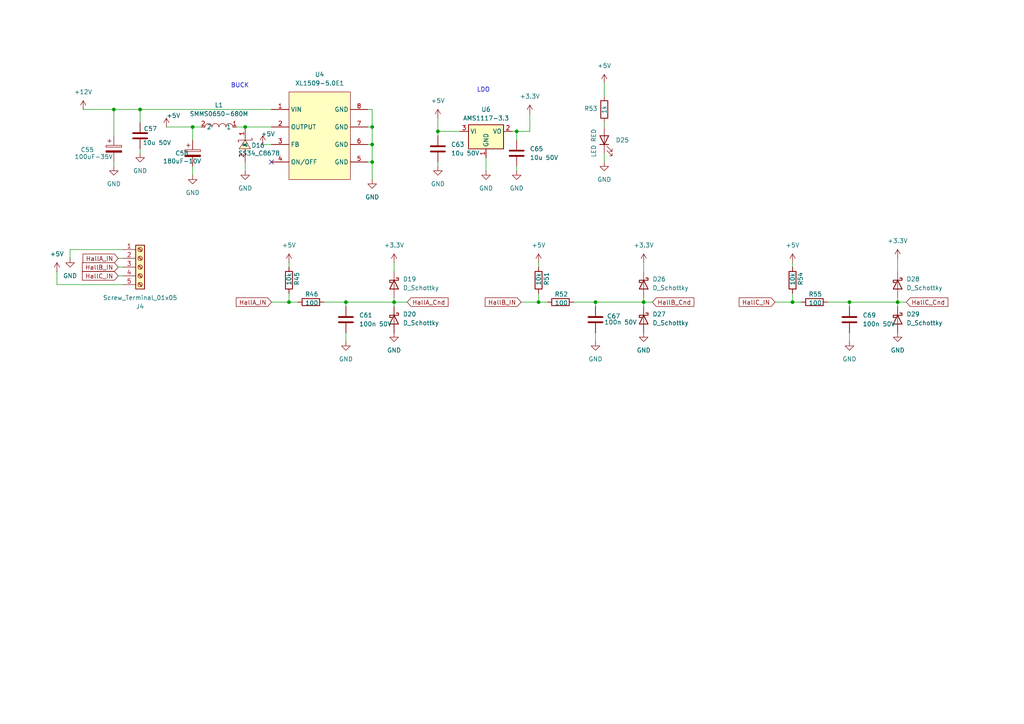
<source format=kicad_sch>
(kicad_sch (version 20250114) (generator "eeschema") (generator_version "9.0")
  (paper "A4")
  (lib_symbols
    (symbol "Connector:Screw_Terminal_01x05" (pin_names (offset 1.016) (hide yes))
      (property "Reference" "J" (at 0 7.62 0))
      (property "Value" "Screw_Terminal_01x05" (at 0 -7.62 0))
      (symbol "Screw_Terminal_01x05_1_1"
        (rectangle (start -1.27 6.35) (end 1.27 -6.35) (stroke (width 0.254)) (fill (type background)))
        (polyline (pts (xy -0.5334 5.4102) (xy 0.3302 4.572)) (stroke (width 0.1524)))
        (polyline (pts (xy -0.5334 2.8702) (xy 0.3302 2.032)) (stroke (width 0.1524)))
        (polyline (pts (xy -0.5334 0.3302) (xy 0.3302 -0.508)) (stroke (width 0.1524)))
        (polyline (pts (xy -0.5334 -2.2098) (xy 0.3302 -3.048)) (stroke (width 0.1524)))
        (polyline (pts (xy -0.5334 -4.7498) (xy 0.3302 -5.588)) (stroke (width 0.1524)))
        (polyline (pts (xy -0.3556 5.588) (xy 0.508 4.7498)) (stroke (width 0.1524)))
        (polyline (pts (xy -0.3556 3.048) (xy 0.508 2.2098)) (stroke (width 0.1524)))
        (polyline (pts (xy -0.3556 0.508) (xy 0.508 -0.3302)) (stroke (width 0.1524)))
        (polyline (pts (xy -0.3556 -2.032) (xy 0.508 -2.8702)) (stroke (width 0.1524)))
        (polyline (pts (xy -0.3556 -4.572) (xy 0.508 -5.4102)) (stroke (width 0.1524)))
        (circle (center 0 5.08) (radius 0.635) (stroke (width 0.1524)))
        (circle (center 0 2.54) (radius 0.635) (stroke (width 0.1524)))
        (circle (center 0 0) (radius 0.635) (stroke (width 0.1524)))
        (circle (center 0 -2.54) (radius 0.635) (stroke (width 0.1524)))
        (circle (center 0 -5.08) (radius 0.635) (stroke (width 0.1524)))
        (pin passive line (at -5.08 5.08 0) (length 3.81) (name "Pin_1") (number "1"))
        (pin passive line (at -5.08 2.54 0) (length 3.81) (name "Pin_2") (number "2"))
        (pin passive line (at -5.08 0 0) (length 3.81) (name "Pin_3") (number "3"))
        (pin passive line (at -5.08 -2.54 0) (length 3.81) (name "Pin_4") (number "4"))
        (pin passive line (at -5.08 -5.08 0) (length 3.81) (name "Pin_5") (number "5"))
      )
    )
    (symbol "Device:C" (pin_numbers (hide yes)) (pin_names (offset 0.254))
      (property "Reference" "C" (at 0.635 2.54 0))
      (property "Value" "C" (at 0.635 -2.54 0))
      (symbol "C_0_1"
        (polyline (pts (xy -2.032 0.762) (xy 2.032 0.762)) (stroke (width 0.508)))
        (polyline (pts (xy -2.032 -0.762) (xy 2.032 -0.762)) (stroke (width 0.508)))
      )
      (symbol "C_1_1"
        (pin passive line (at 0 3.81 270) (length 2.794) (name "~") (number "1"))
        (pin passive line (at 0 -3.81 90) (length 2.794) (name "~") (number "2"))
      )
    )
    (symbol "Device:C_Polarized" (pin_numbers (hide yes)) (pin_names (offset 0.254))
      (property "Reference" "C" (at 0.635 2.54 0))
      (property "Value" "C_Polarized" (at 0.635 -2.54 0))
      (symbol "C_Polarized_0_1"
        (rectangle (start -2.286 0.508) (end 2.286 1.016))
        (polyline (pts (xy -1.778 2.286) (xy -0.762 2.286)))
        (polyline (pts (xy -1.27 2.794) (xy -1.27 1.778)))
        (rectangle (start 2.286 -0.508) (end -2.286 -1.016) (fill (type outline)))
      )
      (symbol "C_Polarized_1_1"
        (pin passive line (at 0 3.81 270) (length 2.794) (name "~") (number "1"))
        (pin passive line (at 0 -3.81 90) (length 2.794) (name "~") (number "2"))
      )
    )
    (symbol "Device:D_Schottky" (pin_numbers (hide yes)) (pin_names (offset 1.016) (hide yes))
      (property "Reference" "D" (at 0 2.54 0))
      (property "Value" "D_Schottky" (at 0 -2.54 0))
      (symbol "D_Schottky_0_1"
        (polyline (pts (xy -1.905 0.635) (xy -1.905 1.27) (xy -1.27 1.27) (xy -1.27 -1.27) (xy -0.635 -1.27) (xy -0.635 -0.635)) (stroke (width 0.254)))
        (polyline (pts (xy 1.27 1.27) (xy 1.27 -1.27) (xy -1.27 0) (xy 1.27 1.27)) (stroke (width 0.254)))
        (polyline (pts (xy 1.27 0) (xy -1.27 0)))
      )
      (symbol "D_Schottky_1_1"
        (pin passive line (at -3.81 0 0) (length 2.54) (name "K") (number "1"))
        (pin passive line (at 3.81 0 180) (length 2.54) (name "A") (number "2"))
      )
    )
    (symbol "Device:LED" (pin_numbers (hide yes)) (pin_names (offset 1.016) (hide yes))
      (property "Reference" "D" (at 0 2.54 0))
      (property "Value" "LED" (at 0 -2.54 0))
      (symbol "LED_0_1"
        (polyline (pts (xy -3.048 -0.762) (xy -4.572 -2.286) (xy -3.81 -2.286) (xy -4.572 -2.286) (xy -4.572 -1.524)))
        (polyline (pts (xy -1.778 -0.762) (xy -3.302 -2.286) (xy -2.54 -2.286) (xy -3.302 -2.286) (xy -3.302 -1.524)))
        (polyline (pts (xy -1.27 0) (xy 1.27 0)))
        (polyline (pts (xy -1.27 -1.27) (xy -1.27 1.27)) (stroke (width 0.254)))
        (polyline (pts (xy 1.27 -1.27) (xy 1.27 1.27) (xy -1.27 0) (xy 1.27 -1.27)) (stroke (width 0.254)))
      )
      (symbol "LED_1_1"
        (pin passive line (at -3.81 0 0) (length 2.54) (name "K") (number "1"))
        (pin passive line (at 3.81 0 180) (length 2.54) (name "A") (number "2"))
      )
    )
    (symbol "Device:R" (pin_numbers (hide yes)) (pin_names (offset 0))
      (property "Reference" "R" (at 2.032 0 90))
      (property "Value" "R" (at 0 0 90))
      (symbol "R_0_1"
        (rectangle (start -1.016 -2.54) (end 1.016 2.54) (stroke (width 0.254)))
      )
      (symbol "R_1_1"
        (pin passive line (at 0 3.81 270) (length 1.27) (name "~") (number "1"))
        (pin passive line (at 0 -3.81 90) (length 1.27) (name "~") (number "2"))
      )
    )
    (symbol "EasyEDA:SMMS0650-680M"
      (property "Reference" "L" (at 0 5.08 0))
      (property "Value" "SMMS0650-680M" (at 0 -5.08 0))
      (symbol "SMMS0650-680M_0_1"
        (arc (start -4.06 0.01) (mid -3.035 1.013) (end -2.03 -0.01))
        (arc (start -2.03 0.01) (mid -1.005 1.013) (end 0 -0.01))
        (arc (start 0 0.01) (mid 1.025 1.013) (end 2.03 -0.01))
        (arc (start 2.03 0.01) (mid 3.055 1.013) (end 4.06 -0.01))
        (pin unspecified line (at -5.08 0 0) (length 1.016) (name "2") (number "2"))
        (pin unspecified line (at 5.08 0 180) (length 1.016) (name "1") (number "1"))
      )
    )
    (symbol "EasyEDA:SS34_C8678"
      (property "Reference" "D" (at 0 5.08 0))
      (property "Value" "SS34_C8678" (at 0 -5.08 0))
      (symbol "SS34_C8678_0_1"
        (polyline (pts (xy -1.27 0) (xy -1.27 2.03) (xy -1.78 2.03) (xy -1.78 1.78)))
        (polyline (pts (xy -1.27 0) (xy -1.27 -2.03) (xy -0.76 -2.03) (xy -0.76 -1.78)))
        (polyline (pts (xy 1.27 1.52) (xy -1.27 0) (xy 1.27 -1.78) (xy 1.27 1.52)) (fill (type background)))
        (pin unspecified line (at -5.08 0 0) (length 3.81) (name "K") (number "1"))
        (pin unspecified line (at 5.08 0 180) (length 3.81) (name "A") (number "2"))
      )
    )
    (symbol "EasyEDA:XL1509-5.0E1"
      (property "Reference" "U" (at 0 12.7 0))
      (property "Value" "XL1509-5.0E1" (at 0 -12.7 0))
      (symbol "XL1509-5.0E1_0_1"
        (rectangle (start -8.89 12.7) (end 8.89 -12.7) (fill (type background)))
        (pin unspecified line (at -13.97 7.62 0) (length 5.08) (name "VIN") (number "1"))
        (pin unspecified line (at -13.97 2.54 0) (length 5.08) (name "OUTPUT") (number "2"))
        (pin unspecified line (at -13.97 -2.54 0) (length 5.08) (name "FB") (number "3"))
        (pin unspecified line (at -13.97 -7.62 0) (length 5.08) (name "ON/OFF") (number "4"))
        (pin unspecified line (at 13.97 7.62 180) (length 5.08) (name "GND") (number "8"))
        (pin unspecified line (at 13.97 2.54 180) (length 5.08) (name "GND") (number "7"))
        (pin unspecified line (at 13.97 -2.54 180) (length 5.08) (name "GND") (number "6"))
        (pin unspecified line (at 13.97 -7.62 180) (length 5.08) (name "GND") (number "5"))
      )
    )
    (symbol "Regulator_Linear:AMS1117-3.3"
      (property "Reference" "U" (at -3.81 3.175 0))
      (property "Value" "AMS1117-3.3" (at 0 3.175 0))
      (symbol "AMS1117-3.3_0_1"
        (rectangle (start -5.08 -5.08) (end 5.08 1.905) (stroke (width 0.254)) (fill (type background)))
      )
      (symbol "AMS1117-3.3_1_1"
        (pin power_in line (at -7.62 0 0) (length 2.54) (name "VI") (number "3"))
        (pin power_in line (at 0 -7.62 90) (length 2.54) (name "GND") (number "1"))
        (pin power_out line (at 7.62 0 180) (length 2.54) (name "VO") (number "2"))
      )
    )
    (symbol "power:+12V" (power) (pin_numbers (hide yes)) (pin_names (offset 0) (hide yes))
      (property "Value" "+12V" (at 0 3.556 0))
      (symbol "+12V_0_1"
        (polyline (pts (xy -0.762 1.27) (xy 0 2.54)))
        (polyline (pts (xy 0 2.54) (xy 0.762 1.27)))
        (polyline (pts (xy 0 0) (xy 0 2.54)))
      )
      (symbol "+12V_1_1"
        (pin power_in line (at 0 0 90) (length 0) (name "~") (number "1"))
      )
    )
    (symbol "power:+3.3V" (power) (pin_numbers (hide yes)) (pin_names (offset 0) (hide yes))
      (property "Value" "+3.3V" (at 0 3.556 0))
      (symbol "+3.3V_0_1"
        (polyline (pts (xy -0.762 1.27) (xy 0 2.54)))
        (polyline (pts (xy 0 2.54) (xy 0.762 1.27)))
        (polyline (pts (xy 0 0) (xy 0 2.54)))
      )
      (symbol "+3.3V_1_1"
        (pin power_in line (at 0 0 90) (length 0) (name "~") (number "1"))
      )
    )
    (symbol "power:+5V" (power) (pin_numbers (hide yes)) (pin_names (offset 0) (hide yes))
      (property "Value" "+5V" (at 0 3.556 0))
      (symbol "+5V_0_1"
        (polyline (pts (xy -0.762 1.27) (xy 0 2.54)))
        (polyline (pts (xy 0 2.54) (xy 0.762 1.27)))
        (polyline (pts (xy 0 0) (xy 0 2.54)))
      )
      (symbol "+5V_1_1"
        (pin power_in line (at 0 0 90) (length 0) (name "~") (number "1"))
      )
    )
    (symbol "power:GND" (power) (pin_numbers (hide yes)) (pin_names (offset 0) (hide yes))
      (property "Value" "GND" (at 0 -3.81 0))
      (symbol "GND_0_1"
        (polyline (pts (xy 0 0) (xy 0 -1.27) (xy 1.27 -1.27) (xy 0 -2.54) (xy -1.27 -1.27) (xy 0 -1.27)))
      )
      (symbol "GND_1_1"
        (pin power_in line (at 0 0 270) (length 0) (name "~") (number "1"))
      )
    )
  )
  (text "LDO" (at 140.208 26.162 0) (effects (font (size 1.27 1.27))))
  (text "BUCK\n" (at 69.596 24.892 0) (effects (font (size 1.27 1.27))))
  (junction (at 100.33 87.63))
  (junction (at 186.69 87.63))
  (junction (at 71.12 36.83))
  (junction (at 83.82 87.63))
  (junction (at 246.38 87.63))
  (junction (at 172.72 87.63))
  (junction (at 156.21 87.63))
  (junction (at 33.02 31.75))
  (junction (at 114.3 87.63))
  (junction (at 127 38.1))
  (junction (at 107.95 46.99))
  (junction (at 107.95 41.91))
  (junction (at 149.86 38.1))
  (junction (at 55.88 36.83))
  (junction (at 260.35 87.63))
  (junction (at 229.87 87.63))
  (junction (at 40.64 31.75))
  (junction (at 107.95 36.83))
  (no_connect (at 78.74 46.99))
  (wire (pts (xy 186.69 76.2) (xy 186.69 78.74)))
  (wire (pts (xy 33.02 31.75) (xy 33.02 39.37)))
  (wire (pts (xy 229.87 85.09) (xy 229.87 87.63)))
  (wire (pts (xy 107.95 52.07) (xy 107.95 46.99)))
  (wire (pts (xy 260.35 86.36) (xy 260.35 87.63)))
  (wire (pts (xy 76.2 41.91) (xy 78.74 41.91)))
  (wire (pts (xy 151.13 87.63) (xy 156.21 87.63)))
  (wire (pts (xy 186.69 86.36) (xy 186.69 87.63)))
  (wire (pts (xy 83.82 85.09) (xy 83.82 87.63)))
  (wire (pts (xy 107.95 36.83) (xy 107.95 31.75)))
  (wire (pts (xy 100.33 96.52) (xy 100.33 99.06)))
  (wire (pts (xy 106.68 36.83) (xy 107.95 36.83)))
  (wire (pts (xy 172.72 96.52) (xy 172.72 99.06)))
  (wire (pts (xy 127 38.1) (xy 127 39.37)))
  (wire (pts (xy 83.82 76.2) (xy 83.82 77.47)))
  (wire (pts (xy 40.64 31.75) (xy 40.64 35.56)))
  (wire (pts (xy 106.68 41.91) (xy 107.95 41.91)))
  (wire (pts (xy 24.13 31.75) (xy 33.02 31.75)))
  (wire (pts (xy 240.03 87.63) (xy 246.38 87.63)))
  (wire (pts (xy 149.86 38.1) (xy 148.59 38.1)))
  (wire (pts (xy 114.3 87.63) (xy 114.3 88.9)))
  (wire (pts (xy 100.33 87.63) (xy 114.3 87.63)))
  (wire (pts (xy 156.21 76.2) (xy 156.21 77.47)))
  (wire (pts (xy 35.56 80.01) (xy 34.29 80.01)))
  (wire (pts (xy 78.74 87.63) (xy 83.82 87.63)))
  (wire (pts (xy 35.56 74.93) (xy 34.29 74.93)))
  (wire (pts (xy 71.12 36.83) (xy 78.74 36.83)))
  (wire (pts (xy 260.35 74.93) (xy 260.35 78.74)))
  (wire (pts (xy 156.21 87.63) (xy 158.75 87.63)))
  (wire (pts (xy 35.56 77.47) (xy 34.29 77.47)))
  (wire (pts (xy 55.88 48.26) (xy 55.88 50.8)))
  (wire (pts (xy 16.51 82.55) (xy 35.56 82.55)))
  (wire (pts (xy 114.3 76.2) (xy 114.3 78.74)))
  (wire (pts (xy 55.88 36.83) (xy 55.88 40.64)))
  (wire (pts (xy 140.97 45.72) (xy 140.97 49.53)))
  (wire (pts (xy 106.68 46.99) (xy 107.95 46.99)))
  (wire (pts (xy 107.95 41.91) (xy 107.95 36.83)))
  (wire (pts (xy 246.38 87.63) (xy 246.38 88.9)))
  (wire (pts (xy 246.38 96.52) (xy 246.38 99.06)))
  (wire (pts (xy 186.69 87.63) (xy 186.69 88.9)))
  (wire (pts (xy 20.32 72.39) (xy 20.32 74.93)))
  (wire (pts (xy 114.3 87.63) (xy 118.11 87.63)))
  (wire (pts (xy 246.38 87.63) (xy 260.35 87.63)))
  (wire (pts (xy 175.26 24.13) (xy 175.26 27.94)))
  (wire (pts (xy 20.32 72.39) (xy 35.56 72.39)))
  (wire (pts (xy 229.87 87.63) (xy 232.41 87.63)))
  (wire (pts (xy 149.86 48.26) (xy 149.86 49.53)))
  (wire (pts (xy 149.86 40.64) (xy 149.86 38.1)))
  (wire (pts (xy 107.95 46.99) (xy 107.95 41.91)))
  (wire (pts (xy 175.26 35.56) (xy 175.26 36.83)))
  (wire (pts (xy 33.02 31.75) (xy 40.64 31.75)))
  (wire (pts (xy 68.58 36.83) (xy 71.12 36.83)))
  (wire (pts (xy 71.12 46.99) (xy 71.12 49.53)))
  (wire (pts (xy 55.88 36.83) (xy 58.42 36.83)))
  (wire (pts (xy 260.35 87.63) (xy 262.89 87.63)))
  (wire (pts (xy 175.26 44.45) (xy 175.26 46.99)))
  (wire (pts (xy 224.79 87.63) (xy 229.87 87.63)))
  (wire (pts (xy 33.02 46.99) (xy 33.02 48.26)))
  (wire (pts (xy 153.67 33.02) (xy 153.67 38.1)))
  (wire (pts (xy 260.35 87.63) (xy 260.35 88.9)))
  (wire (pts (xy 83.82 87.63) (xy 86.36 87.63)))
  (wire (pts (xy 172.72 87.63) (xy 186.69 87.63)))
  (wire (pts (xy 40.64 31.75) (xy 78.74 31.75)))
  (wire (pts (xy 93.98 87.63) (xy 100.33 87.63)))
  (wire (pts (xy 166.37 87.63) (xy 172.72 87.63)))
  (wire (pts (xy 127 46.99) (xy 127 48.26)))
  (wire (pts (xy 16.51 78.74) (xy 16.51 82.55)))
  (wire (pts (xy 229.87 76.2) (xy 229.87 77.47)))
  (wire (pts (xy 40.64 43.18) (xy 40.64 44.45)))
  (wire (pts (xy 127 34.29) (xy 127 38.1)))
  (wire (pts (xy 156.21 85.09) (xy 156.21 87.63)))
  (wire (pts (xy 172.72 87.63) (xy 172.72 88.9)))
  (wire (pts (xy 48.26 36.83) (xy 55.88 36.83)))
  (wire (pts (xy 107.95 31.75) (xy 106.68 31.75)))
  (wire (pts (xy 114.3 86.36) (xy 114.3 87.63)))
  (wire (pts (xy 127 38.1) (xy 133.35 38.1)))
  (wire (pts (xy 149.86 38.1) (xy 153.67 38.1)))
  (wire (pts (xy 100.33 87.63) (xy 100.33 88.9)))
  (wire (pts (xy 186.69 87.63) (xy 189.23 87.63)))
  (global_label "HallA_Cnd" (shape input) (at 118.11 87.63 0) (property "Intersheetrefs" "${INTERSHEET_REFS}" (effects (hide yes))))
  (global_label "HallC_IN" (shape input) (at 224.79 87.63 180) (property "Intersheetrefs" "${INTERSHEET_REFS}" (effects (hide yes))))
  (global_label "HallA_IN" (shape input) (at 78.74 87.63 180) (property "Intersheetrefs" "${INTERSHEET_REFS}" (effects (hide yes))))
  (global_label "HallC_IN" (shape input) (at 34.29 80.01 180) (property "Intersheetrefs" "${INTERSHEET_REFS}" (effects (hide yes))))
  (global_label "HallC_Cnd" (shape input) (at 262.89 87.63 0) (property "Intersheetrefs" "${INTERSHEET_REFS}" (effects (hide yes))))
  (global_label "HallB_IN" (shape input) (at 151.13 87.63 180) (property "Intersheetrefs" "${INTERSHEET_REFS}" (effects (hide yes))))
  (global_label "HallB_Cnd" (shape input) (at 189.23 87.63 0) (property "Intersheetrefs" "${INTERSHEET_REFS}" (effects (hide yes))))
  (global_label "HallA_IN" (shape input) (at 34.29 74.93 180) (property "Intersheetrefs" "${INTERSHEET_REFS}" (effects (hide yes))))
  (global_label "HallB_IN" (shape input) (at 34.29 77.47 180) (property "Intersheetrefs" "${INTERSHEET_REFS}" (effects (hide yes))))
  (symbol (lib_id "power:GND") (at 186.69 96.52 0) (unit 1)
    (property "Reference" "#PWR095" (effects (hide yes)))
    (property "Value" "GND" (at 186.69 101.6 0))
    (property "Description" "Power symbol creates a global label with name \"GND\" , ground" (effects (hide yes)))
  )
  (symbol (lib_id "power:+5V") (at 48.26 36.83 0) (unit 1)
    (property "Reference" "#PWR058" (effects (hide yes)))
    (property "Value" "+5V" (at 50.292 33.528 0))
    (property "Description" "Power symbol creates a global label with name \"+5V\"" (effects (hide yes)))
  )
  (symbol (lib_id "Device:R") (at 229.87 81.28 180) (unit 1)
    (property "Reference" "R54" (at 232.156 82.804 90) (effects (justify right)))
    (property "Value" "10k" (at 229.87 82.804 90) (effects (justify right)))
    (property "Footprint" "Resistor_SMD:R_1206_3216Metric" (effects (hide yes)))
    (property "Description" "Resistor" (effects (hide yes)))
    (property "LCSC Part" "C17902" (effects (hide yes)))
  )
  (symbol (lib_id "power:+3.3V") (at 114.3 76.2 0) (unit 1)
    (property "Reference" "#PWR074" (effects (hide yes)))
    (property "Value" "+3.3V" (at 114.3 71.12 0))
    (property "Description" "Power symbol creates a global label with name \"+3.3V\"" (effects (hide yes)))
  )
  (symbol (lib_id "Device:D_Schottky") (at 260.35 92.71 270) (unit 1)
    (property "Reference" "D29" (at 262.89 91.1224 90) (effects (justify left)))
    (property "Value" "D_Schottky" (at 262.89 93.6624 90) (effects (justify left)))
    (property "Footprint" "Diode_SMD:D_SOD-123" (effects (hide yes)))
    (property "Description" "Schottky diode" (effects (hide yes)))
    (property "LCSC Part" "C181204" (effects (hide yes)))
  )
  (symbol (lib_id "power:GND") (at 71.12 49.53 0) (unit 1)
    (property "Reference" "#PWR061" (effects (hide yes)))
    (property "Value" "GND" (at 71.12 54.61 0))
    (property "Description" "Power symbol creates a global label with name \"GND\" , ground" (effects (hide yes)))
  )
  (symbol (lib_id "power:GND") (at 107.95 52.07 0) (unit 1)
    (property "Reference" "#PWR072" (effects (hide yes)))
    (property "Value" "GND" (at 107.95 57.15 0))
    (property "Description" "Power symbol creates a global label with name \"GND\" , ground" (effects (hide yes)))
  )
  (symbol (lib_id "power:GND") (at 172.72 99.06 0) (unit 1)
    (property "Reference" "#PWR091" (effects (hide yes)))
    (property "Value" "GND" (at 172.72 104.14 0))
    (property "Description" "Power symbol creates a global label with name \"GND\" , ground" (effects (hide yes)))
  )
  (symbol (lib_id "power:GND") (at 100.33 99.06 0) (unit 1)
    (property "Reference" "#PWR070" (effects (hide yes)))
    (property "Value" "GND" (at 100.33 104.14 0))
    (property "Description" "Power symbol creates a global label with name \"GND\" , ground" (effects (hide yes)))
  )
  (symbol (lib_id "Device:LED") (at 175.26 40.64 90) (unit 1)
    (property "Reference" "D25" (at 178.562 40.64 90) (effects (justify right)))
    (property "Value" "LED RED" (at 172.212 37.338 0) (effects (justify right)))
    (property "Footprint" "LED_SMD:LED_1206_3216Metric_Pad1.42x1.75mm_HandSolder" (effects (hide yes)))
    (property "Description" "Light emitting diode" (effects (hide yes)))
    (property "Sim.Pins" "1=K 2=A" (effects (hide yes)))
    (property "LCSC Part" "C965822" (effects (hide yes)))
  )
  (symbol (lib_id "Device:C") (at 246.38 92.71 0) (unit 1)
    (property "Reference" "C69" (at 250.19 91.4399 0) (effects (justify left)))
    (property "Value" "100n 50V" (at 250.19 93.9799 0) (effects (justify left)))
    (property "Footprint" "Capacitor_SMD:C_1206_3216Metric" (effects (hide yes)))
    (property "Description" "Unpolarized capacitor" (effects (hide yes)))
    (property "LCSC Part" "C24497" (effects (hide yes)))
  )
  (symbol (lib_id "power:GND") (at 33.02 48.26 0) (unit 1)
    (property "Reference" "#PWR053" (effects (hide yes)))
    (property "Value" "GND" (at 33.02 53.34 0))
    (property "Description" "Power symbol creates a global label with name \"GND\" , ground" (effects (hide yes)))
  )
  (symbol (lib_id "EasyEDA:SMMS0650-680M") (at 63.5 36.83 0) (unit 1)
    (property "Reference" "L1" (at 63.5 30.48 0))
    (property "Value" "SMMS0650-680M" (at 63.5 33.02 0))
    (property "Footprint" "EasyEDA:IND-SMD_L7.1-W6.6_H5.0" (effects (hide yes)))
    (property "LCSC Part" "C2894721" (effects (hide yes)))
  )
  (symbol (lib_id "power:+3.3V") (at 186.69 76.2 0) (unit 1)
    (property "Reference" "#PWR094" (effects (hide yes)))
    (property "Value" "+3.3V" (at 186.69 71.12 0))
    (property "Description" "Power symbol creates a global label with name \"+3.3V\"" (effects (hide yes)))
  )
  (symbol (lib_id "Device:C") (at 149.86 44.45 0) (unit 1)
    (property "Reference" "C65" (at 153.67 43.1799 0) (effects (justify left)))
    (property "Value" "10u 50V" (at 153.67 45.7199 0) (effects (justify left)))
    (property "Footprint" "Capacitor_SMD:C_1206_3216Metric" (effects (hide yes)))
    (property "Description" "Unpolarized capacitor" (effects (hide yes)))
    (property "LCSC Part" "C13585" (effects (hide yes)))
  )
  (symbol (lib_id "power:GND") (at 140.97 49.53 0) (unit 1)
    (property "Reference" "#PWR081" (effects (hide yes)))
    (property "Value" "GND" (at 140.97 54.61 0))
    (property "Description" "Power symbol creates a global label with name \"GND\" , ground" (effects (hide yes)))
  )
  (symbol (lib_id "Device:R") (at 175.26 31.75 0) (unit 1)
    (property "Reference" "R53" (at 169.418 31.496 0) (effects (justify left)))
    (property "Value" "1k" (at 175.26 33.02 90) (effects (justify left)))
    (property "Footprint" "Resistor_SMD:R_1206_3216Metric" (effects (hide yes)))
    (property "Description" "Resistor" (effects (hide yes)))
    (property "LCSC Part" "C2907440" (effects (hide yes)))
  )
  (symbol (lib_id "power:GND") (at 40.64 44.45 0) (unit 1)
    (property "Reference" "#PWR055" (effects (hide yes)))
    (property "Value" "GND" (at 40.64 49.53 0))
    (property "Description" "Power symbol creates a global label with name \"GND\" , ground" (effects (hide yes)))
  )
  (symbol (lib_id "Device:R") (at 162.56 87.63 90) (unit 1)
    (property "Reference" "R52" (at 162.814 85.344 90))
    (property "Value" "100" (at 162.814 87.884 90))
    (property "Footprint" "Resistor_SMD:R_1206_3216Metric" (effects (hide yes)))
    (property "Description" "Resistor" (effects (hide yes)))
    (property "LCSC Part" "C113307" (effects (hide yes)))
  )
  (symbol (lib_id "EasyEDA:XL1509-5.0E1") (at 92.71 39.37 0) (unit 1)
    (property "Reference" "U4" (at 92.71 21.59 0))
    (property "Value" "XL1509-5.0E1" (at 92.71 24.13 0))
    (property "Footprint" "EasyEDA:SOIC-8_L5.0-W4.0-P1.27-LS6.0-BL" (effects (hide yes)))
    (property "Datasheet" "https://lcsc.com/product-detail/DC-DC-Converters_XL1509-5-0E1_C61063.html" (effects (hide yes)))
    (property "LCSC Part" "C61063" (effects (hide yes)))
  )
  (symbol (lib_id "Device:R") (at 83.82 81.28 180) (unit 1)
    (property "Reference" "R45" (at 86.106 82.804 90) (effects (justify right)))
    (property "Value" "10k" (at 83.82 82.804 90) (effects (justify right)))
    (property "Footprint" "Resistor_SMD:R_1206_3216Metric" (effects (hide yes)))
    (property "Description" "Resistor" (effects (hide yes)))
    (property "LCSC Part" "C17902" (effects (hide yes)))
  )
  (symbol (lib_id "Device:R") (at 236.22 87.63 90) (unit 1)
    (property "Reference" "R55" (at 236.474 85.344 90))
    (property "Value" "100" (at 236.474 87.884 90))
    (property "Footprint" "Resistor_SMD:R_1206_3216Metric" (effects (hide yes)))
    (property "Description" "Resistor" (effects (hide yes)))
    (property "LCSC Part" "C113307" (effects (hide yes)))
  )
  (symbol (lib_id "power:+5V") (at 76.2 41.91 0) (unit 1)
    (property "Reference" "#PWR063" (effects (hide yes)))
    (property "Value" "+5V" (at 77.724 38.862 0))
    (property "Description" "Power symbol creates a global label with name \"+5V\"" (effects (hide yes)))
  )
  (symbol (lib_id "Regulator_Linear:AMS1117-3.3") (at 140.97 38.1 0) (unit 1)
    (property "Reference" "U6" (at 140.97 31.75 0))
    (property "Value" "AMS1117-3.3" (at 140.97 34.29 0))
    (property "Footprint" "Package_TO_SOT_SMD:SOT-223-3_TabPin2" (effects (hide yes)))
    (property "Datasheet" "http://www.advanced-monolithic.com/pdf/ds1117.pdf" (effects (hide yes)))
    (property "Description" "1A Low Dropout regulator, positive, 3.3V fixed output, SOT-223" (effects (hide yes)))
    (property "LCSC Part" "C347222" (effects (hide yes)))
  )
  (symbol (lib_id "power:+12V") (at 24.13 31.75 0) (unit 1)
    (property "Reference" "#PWR049" (effects (hide yes)))
    (property "Value" "+12V" (at 24.13 26.67 0))
    (property "Description" "Power symbol creates a global label with name \"+12V\"" (effects (hide yes)))
  )
  (symbol (lib_id "power:+3.3V") (at 153.67 33.02 0) (unit 1)
    (property "Reference" "#PWR086" (effects (hide yes)))
    (property "Value" "+3.3V" (at 153.67 27.94 0))
    (property "Description" "Power symbol creates a global label with name \"+3.3V\"" (effects (hide yes)))
  )
  (symbol (lib_id "Device:C_Polarized") (at 55.88 44.45 0) (unit 1) (in_bom no)
    (property "Reference" "C58" (at 50.8 44.45 0) (effects (justify left)))
    (property "Value" "180uF-10V" (at 47.244 46.736 0) (effects (justify left)))
    (property "Footprint" "Capacitor_THT:CP_Radial_D6.3mm_P2.50mm" (effects (hide yes)))
    (property "Description" "Polarized capacitor" (effects (hide yes)))
  )
  (symbol (lib_id "power:+5V") (at 127 34.29 0) (unit 1)
    (property "Reference" "#PWR078" (effects (hide yes)))
    (property "Value" "+5V" (at 127 29.21 0))
    (property "Description" "Power symbol creates a global label with name \"+5V\"" (effects (hide yes)))
  )
  (symbol (lib_id "power:+5V") (at 229.87 76.2 0) (unit 1)
    (property "Reference" "#PWR099" (effects (hide yes)))
    (property "Value" "+5V" (at 229.87 71.12 0))
    (property "Description" "Power symbol creates a global label with name \"+5V\"" (effects (hide yes)))
  )
  (symbol (lib_id "Device:D_Schottky") (at 186.69 92.71 270) (unit 1)
    (property "Reference" "D27" (at 189.23 91.1224 90) (effects (justify left)))
    (property "Value" "D_Schottky" (at 189.23 93.6624 90) (effects (justify left)))
    (property "Footprint" "Diode_SMD:D_SOD-123" (effects (hide yes)))
    (property "Description" "Schottky diode" (effects (hide yes)))
    (property "LCSC Part" "C181204" (effects (hide yes)))
  )
  (symbol (lib_id "power:+5V") (at 156.21 76.2 0) (unit 1)
    (property "Reference" "#PWR089" (effects (hide yes)))
    (property "Value" "+5V" (at 156.21 71.12 0))
    (property "Description" "Power symbol creates a global label with name \"+5V\"" (effects (hide yes)))
  )
  (symbol (lib_id "Device:C") (at 100.33 92.71 0) (unit 1)
    (property "Reference" "C61" (at 104.14 91.4399 0) (effects (justify left)))
    (property "Value" "100n 50V" (at 104.14 93.9799 0) (effects (justify left)))
    (property "Footprint" "Capacitor_SMD:C_1206_3216Metric" (effects (hide yes)))
    (property "Description" "Unpolarized capacitor" (effects (hide yes)))
    (property "LCSC Part" "C24497" (effects (hide yes)))
  )
  (symbol (lib_id "Device:C") (at 172.72 92.71 0) (unit 1)
    (property "Reference" "C67" (at 176.022 91.694 0) (effects (justify left)))
    (property "Value" "100n 50V" (at 175.26 93.472 0) (effects (justify left)))
    (property "Footprint" "Capacitor_SMD:C_1206_3216Metric" (effects (hide yes)))
    (property "Description" "Unpolarized capacitor" (effects (hide yes)))
    (property "LCSC Part" "C24497" (effects (hide yes)))
  )
  (symbol (lib_id "power:+5V") (at 16.51 78.74 0) (unit 1)
    (property "Reference" "#PWR047" (effects (hide yes)))
    (property "Value" "+5V" (at 16.51 73.66 0))
    (property "Description" "Power symbol creates a global label with name \"+5V\"" (effects (hide yes)))
  )
  (symbol (lib_id "Device:R") (at 90.17 87.63 90) (unit 1)
    (property "Reference" "R46" (at 90.424 85.344 90))
    (property "Value" "100" (at 90.424 87.884 90))
    (property "Footprint" "Resistor_SMD:R_1206_3216Metric" (effects (hide yes)))
    (property "Description" "Resistor" (effects (hide yes)))
    (property "LCSC Part" "C113307" (effects (hide yes)))
  )
  (symbol (lib_id "power:GND") (at 260.35 96.52 0) (unit 1)
    (property "Reference" "#PWR0102" (effects (hide yes)))
    (property "Value" "GND" (at 260.35 101.6 0))
    (property "Description" "Power symbol creates a global label with name \"GND\" , ground" (effects (hide yes)))
  )
  (symbol (lib_id "power:GND") (at 127 48.26 0) (unit 1)
    (property "Reference" "#PWR079" (effects (hide yes)))
    (property "Value" "GND" (at 127 53.34 0))
    (property "Description" "Power symbol creates a global label with name \"GND\" , ground" (effects (hide yes)))
  )
  (symbol (lib_id "Device:D_Schottky") (at 186.69 82.55 270) (unit 1)
    (property "Reference" "D26" (at 189.23 80.9624 90) (effects (justify left)))
    (property "Value" "D_Schottky" (at 189.23 83.5024 90) (effects (justify left)))
    (property "Footprint" "Diode_SMD:D_SOD-123" (effects (hide yes)))
    (property "Description" "Schottky diode" (effects (hide yes)))
    (property "LCSC Part" "C181204" (effects (hide yes)))
  )
  (symbol (lib_id "Device:C_Polarized") (at 33.02 43.18 0) (unit 1) (in_bom no)
    (property "Reference" "C55" (at 23.368 43.434 0) (effects (justify left)))
    (property "Value" "100uF-35V" (at 21.59 45.466 0) (effects (justify left)))
    (property "Footprint" "Capacitor_THT:CP_Radial_D6.3mm_P2.50mm" (effects (hide yes)))
    (property "Description" "Polarized capacitor" (effects (hide yes)))
  )
  (symbol (lib_id "power:+3.3V") (at 260.35 74.93 0) (unit 1)
    (property "Reference" "#PWR0101" (effects (hide yes)))
    (property "Value" "+3.3V" (at 260.35 69.85 0))
    (property "Description" "Power symbol creates a global label with name \"+3.3V\"" (effects (hide yes)))
  )
  (symbol (lib_id "Device:D_Schottky") (at 114.3 82.55 270) (unit 1)
    (property "Reference" "D19" (at 116.84 80.9624 90) (effects (justify left)))
    (property "Value" "D_Schottky" (at 116.84 83.5024 90) (effects (justify left)))
    (property "Footprint" "Diode_SMD:D_SOD-123" (effects (hide yes)))
    (property "Description" "Schottky diode" (effects (hide yes)))
    (property "LCSC Part" "C181204" (effects (hide yes)))
  )
  (symbol (lib_id "Device:R") (at 156.21 81.28 180) (unit 1)
    (property "Reference" "R51" (at 158.496 82.804 90) (effects (justify right)))
    (property "Value" "10k" (at 156.21 82.804 90) (effects (justify right)))
    (property "Footprint" "Resistor_SMD:R_1206_3216Metric" (effects (hide yes)))
    (property "Description" "Resistor" (effects (hide yes)))
    (property "LCSC Part" "C17902" (effects (hide yes)))
  )
  (symbol (lib_id "power:GND") (at 246.38 99.06 0) (unit 1)
    (property "Reference" "#PWR0100" (effects (hide yes)))
    (property "Value" "GND" (at 246.38 104.14 0))
    (property "Description" "Power symbol creates a global label with name \"GND\" , ground" (effects (hide yes)))
  )
  (symbol (lib_id "power:+5V") (at 83.82 76.2 0) (unit 1)
    (property "Reference" "#PWR067" (effects (hide yes)))
    (property "Value" "+5V" (at 83.82 71.12 0))
    (property "Description" "Power symbol creates a global label with name \"+5V\"" (effects (hide yes)))
  )
  (symbol (lib_id "Device:C") (at 40.64 39.37 0) (unit 1)
    (property "Reference" "C57" (at 41.656 37.338 0) (effects (justify left)))
    (property "Value" "10u 50V" (at 41.402 41.402 0) (effects (justify left)))
    (property "Footprint" "Capacitor_SMD:C_1206_3216Metric" (effects (hide yes)))
    (property "Description" "Unpolarized capacitor" (effects (hide yes)))
    (property "LCSC Part" "C13585" (effects (hide yes)))
  )
  (symbol (lib_id "power:GND") (at 55.88 50.8 0) (unit 1)
    (property "Reference" "#PWR059" (effects (hide yes)))
    (property "Value" "GND" (at 55.88 55.88 0))
    (property "Description" "Power symbol creates a global label with name \"GND\" , ground" (effects (hide yes)))
  )
  (symbol (lib_id "Connector:Screw_Terminal_01x05") (at 40.64 77.47 0) (unit 1) (in_bom no)
    (property "Reference" "J4" (at 40.64 88.9 0))
    (property "Value" "Screw_Terminal_01x05" (at 40.64 86.36 0))
    (property "Footprint" "EasyEDA:CONN-TH_5P-P3.50_DORABO_DB125-3.5-5P-GN-S" (effects (hide yes)))
    (property "Description" "Generic screw terminal, single row, 01x05, script generated (kicad-library-utils/schlib/autogen/connector/)" (effects (hide yes)))
  )
  (symbol (lib_id "power:GND") (at 175.26 46.99 0) (unit 1)
    (property "Reference" "#PWR093" (effects (hide yes)))
    (property "Value" "GND" (at 175.26 52.07 0))
    (property "Description" "Power symbol creates a global label with name \"GND\" , ground" (effects (hide yes)))
  )
  (symbol (lib_id "EasyEDA:SS34_C8678") (at 71.12 41.91 270) (unit 1)
    (property "Reference" "D16" (at 72.898 42.164 90) (effects (justify left)))
    (property "Value" "SS34_C8678" (at 69.088 44.45 90) (effects (justify left)))
    (property "Footprint" "EasyEDA:SMA_L4.3-W2.6-LS5.2-RD" (effects (hide yes)))
    (property "Datasheet" "https://lcsc.com/product-detail/Schottky-Barrier-Diodes-SBD_SS34_C8678.html" (effects (hide yes)))
    (property "LCSC Part" "C8678" (effects (hide yes)))
  )
  (symbol (lib_id "power:+5V") (at 175.26 24.13 0) (unit 1)
    (property "Reference" "#PWR092" (effects (hide yes)))
    (property "Value" "+5V" (at 175.26 19.05 0))
    (property "Description" "Power symbol creates a global label with name \"+5V\"" (effects (hide yes)))
  )
  (symbol (lib_id "Device:C") (at 127 43.18 0) (unit 1)
    (property "Reference" "C63" (at 130.81 41.9099 0) (effects (justify left)))
    (property "Value" "10u 50V" (at 130.81 44.4499 0) (effects (justify left)))
    (property "Footprint" "Capacitor_SMD:C_1206_3216Metric" (effects (hide yes)))
    (property "Description" "Unpolarized capacitor" (effects (hide yes)))
    (property "LCSC Part" "C13585" (effects (hide yes)))
  )
  (symbol (lib_id "power:GND") (at 20.32 74.93 0) (mirror y) (unit 1)
    (property "Reference" "#PWR048" (effects (hide yes)))
    (property "Value" "GND" (at 20.32 80.01 0))
    (property "Description" "Power symbol creates a global label with name \"GND\" , ground" (effects (hide yes)))
  )
  (symbol (lib_id "power:GND") (at 149.86 49.53 0) (unit 1)
    (property "Reference" "#PWR084" (effects (hide yes)))
    (property "Value" "GND" (at 149.86 54.61 0))
    (property "Description" "Power symbol creates a global label with name \"GND\" , ground" (effects (hide yes)))
  )
  (symbol (lib_id "Device:D_Schottky") (at 114.3 92.71 270) (unit 1)
    (property "Reference" "D20" (at 116.84 91.1224 90) (effects (justify left)))
    (property "Value" "D_Schottky" (at 116.84 93.6624 90) (effects (justify left)))
    (property "Footprint" "Diode_SMD:D_SOD-123" (effects (hide yes)))
    (property "Description" "Schottky diode" (effects (hide yes)))
    (property "LCSC Part" "C181204" (effects (hide yes)))
  )
  (symbol (lib_id "Device:D_Schottky") (at 260.35 82.55 270) (unit 1)
    (property "Reference" "D28" (at 262.89 80.9624 90) (effects (justify left)))
    (property "Value" "D_Schottky" (at 262.89 83.5024 90) (effects (justify left)))
    (property "Footprint" "Diode_SMD:D_SOD-123" (effects (hide yes)))
    (property "Description" "Schottky diode" (effects (hide yes)))
    (property "LCSC Part" "C181204" (effects (hide yes)))
  )
  (symbol (lib_id "power:GND") (at 114.3 96.52 0) (unit 1)
    (property "Reference" "#PWR075" (effects (hide yes)))
    (property "Value" "GND" (at 114.3 101.6 0))
    (property "Description" "Power symbol creates a global label with name \"GND\" , ground" (effects (hide yes)))
  )
)
</source>
